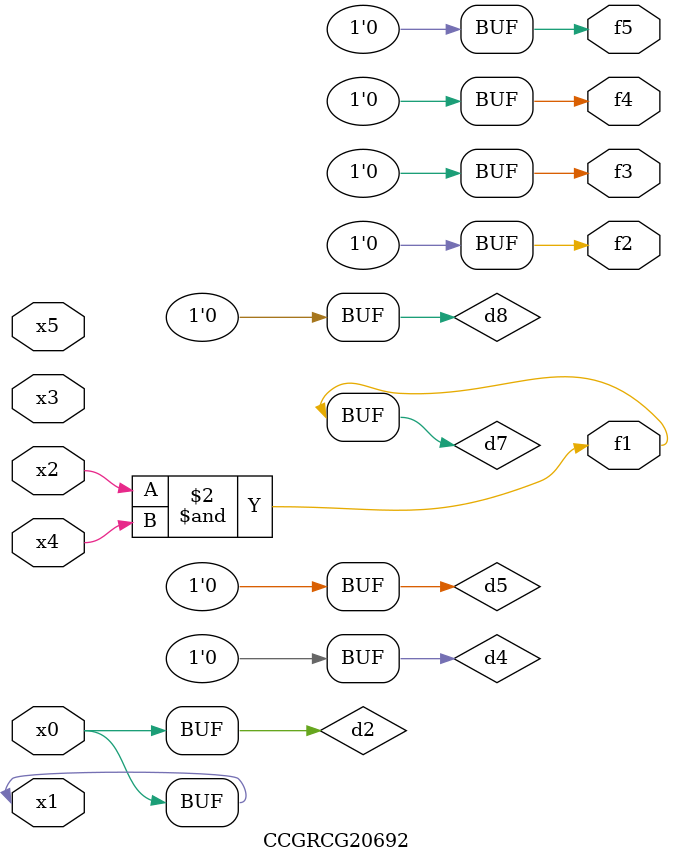
<source format=v>
module CCGRCG20692(
	input x0, x1, x2, x3, x4, x5,
	output f1, f2, f3, f4, f5
);

	wire d1, d2, d3, d4, d5, d6, d7, d8, d9;

	nand (d1, x1);
	buf (d2, x0, x1);
	nand (d3, x2, x4);
	and (d4, d1, d2);
	and (d5, d1, d2);
	nand (d6, d1, d3);
	not (d7, d3);
	xor (d8, d5);
	nor (d9, d5, d6);
	assign f1 = d7;
	assign f2 = d8;
	assign f3 = d8;
	assign f4 = d8;
	assign f5 = d8;
endmodule

</source>
